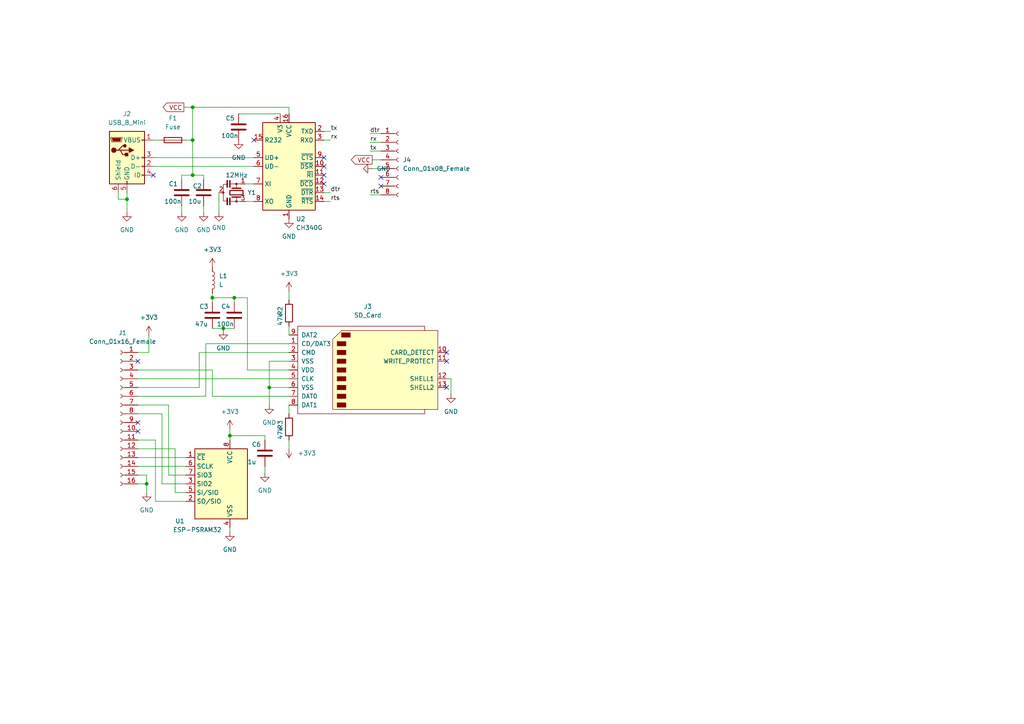
<source format=kicad_sch>
(kicad_sch (version 20230121) (generator eeschema)
  (paper "A4")
  (lib_symbols
    (symbol "Connector:Conn_01x08_Female" (pin_names (offset 1.016) hide)
      (property "Reference" "J" (at 0 10.16 0))
      (property "Value" "Conn_01x08_Female" (at 0 -12.7 0))
      (symbol "Conn_01x08_Female_1_1"
        (arc (start 0 -9.652) (mid -0.5058 -10.16) (end 0 -10.668) (stroke (width 0.1524)))
        (arc (start 0 -7.112) (mid -0.5058 -7.62) (end 0 -8.128) (stroke (width 0.1524)))
        (arc (start 0 -4.572) (mid -0.5058 -5.08) (end 0 -5.588) (stroke (width 0.1524)))
        (arc (start 0 -2.032) (mid -0.5058 -2.54) (end 0 -3.048) (stroke (width 0.1524)))
        (polyline (pts (xy -1.27 -10.16) (xy -0.508 -10.16)) (stroke (width 0.1524)))
        (polyline (pts (xy -1.27 -7.62) (xy -0.508 -7.62)) (stroke (width 0.1524)))
        (polyline (pts (xy -1.27 -5.08) (xy -0.508 -5.08)) (stroke (width 0.1524)))
        (polyline (pts (xy -1.27 -2.54) (xy -0.508 -2.54)) (stroke (width 0.1524)))
        (polyline (pts (xy -1.27 0) (xy -0.508 0)) (stroke (width 0.1524)))
        (polyline (pts (xy -1.27 2.54) (xy -0.508 2.54)) (stroke (width 0.1524)))
        (polyline (pts (xy -1.27 5.08) (xy -0.508 5.08)) (stroke (width 0.1524)))
        (polyline (pts (xy -1.27 7.62) (xy -0.508 7.62)) (stroke (width 0.1524)))
        (arc (start 0 0.508) (mid -0.5058 0) (end 0 -0.508) (stroke (width 0.1524)))
        (arc (start 0 3.048) (mid -0.5058 2.54) (end 0 2.032) (stroke (width 0.1524)))
        (arc (start 0 5.588) (mid -0.5058 5.08) (end 0 4.572) (stroke (width 0.1524)))
        (arc (start 0 8.128) (mid -0.5058 7.62) (end 0 7.112) (stroke (width 0.1524)))
        (pin passive line (at -5.08 7.62 0) (length 3.81) (name "Pin_1") (number "1"))
        (pin passive line (at -5.08 5.08 0) (length 3.81) (name "Pin_2") (number "2"))
        (pin passive line (at -5.08 2.54 0) (length 3.81) (name "Pin_3") (number "3"))
        (pin passive line (at -5.08 0 0) (length 3.81) (name "Pin_4") (number "4"))
        (pin passive line (at -5.08 -2.54 0) (length 3.81) (name "Pin_5") (number "5"))
        (pin passive line (at -5.08 -5.08 0) (length 3.81) (name "Pin_6") (number "6"))
        (pin passive line (at -5.08 -7.62 0) (length 3.81) (name "Pin_7") (number "7"))
        (pin passive line (at -5.08 -10.16 0) (length 3.81) (name "Pin_8") (number "8"))
      )
    )
    (symbol "Connector:Conn_01x16_Female" (pin_names (offset 1.016) hide)
      (property "Reference" "J" (at 0 20.32 0))
      (property "Value" "Conn_01x16_Female" (at 0 -22.86 0))
      (symbol "Conn_01x16_Female_1_1"
        (arc (start 0 -19.812) (mid -0.5058 -20.32) (end 0 -20.828) (stroke (width 0.1524)))
        (arc (start 0 -17.272) (mid -0.5058 -17.78) (end 0 -18.288) (stroke (width 0.1524)))
        (arc (start 0 -14.732) (mid -0.5058 -15.24) (end 0 -15.748) (stroke (width 0.1524)))
        (arc (start 0 -12.192) (mid -0.5058 -12.7) (end 0 -13.208) (stroke (width 0.1524)))
        (arc (start 0 -9.652) (mid -0.5058 -10.16) (end 0 -10.668) (stroke (width 0.1524)))
        (arc (start 0 -7.112) (mid -0.5058 -7.62) (end 0 -8.128) (stroke (width 0.1524)))
        (arc (start 0 -4.572) (mid -0.5058 -5.08) (end 0 -5.588) (stroke (width 0.1524)))
        (arc (start 0 -2.032) (mid -0.5058 -2.54) (end 0 -3.048) (stroke (width 0.1524)))
        (polyline (pts (xy -1.27 -20.32) (xy -0.508 -20.32)) (stroke (width 0.1524)))
        (polyline (pts (xy -1.27 -17.78) (xy -0.508 -17.78)) (stroke (width 0.1524)))
        (polyline (pts (xy -1.27 -15.24) (xy -0.508 -15.24)) (stroke (width 0.1524)))
        (polyline (pts (xy -1.27 -12.7) (xy -0.508 -12.7)) (stroke (width 0.1524)))
        (polyline (pts (xy -1.27 -10.16) (xy -0.508 -10.16)) (stroke (width 0.1524)))
        (polyline (pts (xy -1.27 -7.62) (xy -0.508 -7.62)) (stroke (width 0.1524)))
        (polyline (pts (xy -1.27 -5.08) (xy -0.508 -5.08)) (stroke (width 0.1524)))
        (polyline (pts (xy -1.27 -2.54) (xy -0.508 -2.54)) (stroke (width 0.1524)))
        (polyline (pts (xy -1.27 0) (xy -0.508 0)) (stroke (width 0.1524)))
        (polyline (pts (xy -1.27 2.54) (xy -0.508 2.54)) (stroke (width 0.1524)))
        (polyline (pts (xy -1.27 5.08) (xy -0.508 5.08)) (stroke (width 0.1524)))
        (polyline (pts (xy -1.27 7.62) (xy -0.508 7.62)) (stroke (width 0.1524)))
        (polyline (pts (xy -1.27 10.16) (xy -0.508 10.16)) (stroke (width 0.1524)))
        (polyline (pts (xy -1.27 12.7) (xy -0.508 12.7)) (stroke (width 0.1524)))
        (polyline (pts (xy -1.27 15.24) (xy -0.508 15.24)) (stroke (width 0.1524)))
        (polyline (pts (xy -1.27 17.78) (xy -0.508 17.78)) (stroke (width 0.1524)))
        (arc (start 0 0.508) (mid -0.5058 0) (end 0 -0.508) (stroke (width 0.1524)))
        (arc (start 0 3.048) (mid -0.5058 2.54) (end 0 2.032) (stroke (width 0.1524)))
        (arc (start 0 5.588) (mid -0.5058 5.08) (end 0 4.572) (stroke (width 0.1524)))
        (arc (start 0 8.128) (mid -0.5058 7.62) (end 0 7.112) (stroke (width 0.1524)))
        (arc (start 0 10.668) (mid -0.5058 10.16) (end 0 9.652) (stroke (width 0.1524)))
        (arc (start 0 13.208) (mid -0.5058 12.7) (end 0 12.192) (stroke (width 0.1524)))
        (arc (start 0 15.748) (mid -0.5058 15.24) (end 0 14.732) (stroke (width 0.1524)))
        (arc (start 0 18.288) (mid -0.5058 17.78) (end 0 17.272) (stroke (width 0.1524)))
        (pin passive line (at -5.08 17.78 0) (length 3.81) (name "Pin_1") (number "1"))
        (pin passive line (at -5.08 -5.08 0) (length 3.81) (name "Pin_10") (number "10"))
        (pin passive line (at -5.08 -7.62 0) (length 3.81) (name "Pin_11") (number "11"))
        (pin passive line (at -5.08 -10.16 0) (length 3.81) (name "Pin_12") (number "12"))
        (pin passive line (at -5.08 -12.7 0) (length 3.81) (name "Pin_13") (number "13"))
        (pin passive line (at -5.08 -15.24 0) (length 3.81) (name "Pin_14") (number "14"))
        (pin passive line (at -5.08 -17.78 0) (length 3.81) (name "Pin_15") (number "15"))
        (pin passive line (at -5.08 -20.32 0) (length 3.81) (name "Pin_16") (number "16"))
        (pin passive line (at -5.08 15.24 0) (length 3.81) (name "Pin_2") (number "2"))
        (pin passive line (at -5.08 12.7 0) (length 3.81) (name "Pin_3") (number "3"))
        (pin passive line (at -5.08 10.16 0) (length 3.81) (name "Pin_4") (number "4"))
        (pin passive line (at -5.08 7.62 0) (length 3.81) (name "Pin_5") (number "5"))
        (pin passive line (at -5.08 5.08 0) (length 3.81) (name "Pin_6") (number "6"))
        (pin passive line (at -5.08 2.54 0) (length 3.81) (name "Pin_7") (number "7"))
        (pin passive line (at -5.08 0 0) (length 3.81) (name "Pin_8") (number "8"))
        (pin passive line (at -5.08 -2.54 0) (length 3.81) (name "Pin_9") (number "9"))
      )
    )
    (symbol "Connector:SD_Card" (pin_names (offset 1.016))
      (property "Reference" "J" (at -16.51 13.97 0))
      (property "Value" "SD_Card" (at 15.24 -13.97 0))
      (symbol "SD_Card_0_1"
        (rectangle (start -8.89 -9.525) (end -6.35 -10.795) (fill (type outline)))
        (rectangle (start -8.89 -6.985) (end -6.35 -8.255) (fill (type outline)))
        (rectangle (start -8.89 -4.445) (end -6.35 -5.715) (fill (type outline)))
        (rectangle (start -8.89 -1.905) (end -6.35 -3.175) (fill (type outline)))
        (rectangle (start -8.89 0.635) (end -6.35 -0.635) (fill (type outline)))
        (rectangle (start -8.89 3.175) (end -6.35 1.905) (fill (type outline)))
        (rectangle (start -8.89 5.715) (end -6.35 4.445) (fill (type outline)))
        (rectangle (start -8.89 8.255) (end -6.35 6.985) (fill (type outline)))
        (rectangle (start -7.62 10.795) (end -5.08 9.525) (fill (type outline)))
        (polyline (pts (xy -10.16 8.89) (xy -7.62 11.43) (xy 20.32 11.43) (xy 20.32 -11.43) (xy -10.16 -11.43) (xy -10.16 8.89)) (fill (type background)))
        (polyline (pts (xy 16.51 11.43) (xy 16.51 12.7) (xy -20.32 12.7) (xy -20.32 -12.7) (xy 16.51 -12.7) (xy 16.51 -11.43)))
      )
      (symbol "SD_Card_1_1"
        (pin input line (at -22.86 7.62 0) (length 2.54) (name "CD/DAT3") (number "1"))
        (pin input line (at 22.86 5.08 180) (length 2.54) (name "CARD_DETECT") (number "10"))
        (pin input line (at 22.86 2.54 180) (length 2.54) (name "WRITE_PROTECT") (number "11"))
        (pin input line (at 22.86 -2.54 180) (length 2.54) (name "SHELL1") (number "12"))
        (pin input line (at 22.86 -5.08 180) (length 2.54) (name "SHELL2") (number "13"))
        (pin input line (at -22.86 5.08 0) (length 2.54) (name "CMD") (number "2"))
        (pin power_in line (at -22.86 2.54 0) (length 2.54) (name "VSS") (number "3"))
        (pin power_in line (at -22.86 0 0) (length 2.54) (name "VDD") (number "4"))
        (pin input line (at -22.86 -2.54 0) (length 2.54) (name "CLK") (number "5"))
        (pin power_in line (at -22.86 -5.08 0) (length 2.54) (name "VSS") (number "6"))
        (pin input line (at -22.86 -7.62 0) (length 2.54) (name "DAT0") (number "7"))
        (pin input line (at -22.86 -10.16 0) (length 2.54) (name "DAT1") (number "8"))
        (pin input line (at -22.86 10.16 0) (length 2.54) (name "DAT2") (number "9"))
      )
    )
    (symbol "Connector:USB_B_Mini" (pin_names (offset 1.016))
      (property "Reference" "J" (at -5.08 11.43 0))
      (property "Value" "USB_B_Mini" (at -5.08 8.89 0))
      (symbol "USB_B_Mini_0_1"
        (rectangle (start -5.08 -7.62) (end 5.08 7.62) (stroke (width 0.254)) (fill (type background)))
        (circle (center -3.81 2.159) (radius 0.635) (stroke (width 0.254)) (fill (type outline)))
        (circle (center -0.635 3.429) (radius 0.381) (stroke (width 0.254)) (fill (type outline)))
        (rectangle (start -0.127 -7.62) (end 0.127 -6.858))
        (polyline (pts (xy -1.905 2.159) (xy 0.635 2.159)) (stroke (width 0.254)))
        (polyline (pts (xy -3.175 2.159) (xy -2.54 2.159) (xy -1.27 3.429) (xy -0.635 3.429)) (stroke (width 0.254)))
        (polyline (pts (xy -2.54 2.159) (xy -1.905 2.159) (xy -1.27 0.889) (xy 0 0.889)) (stroke (width 0.254)))
        (polyline (pts (xy 0.635 2.794) (xy 0.635 1.524) (xy 1.905 2.159) (xy 0.635 2.794)) (stroke (width 0.254)) (fill (type outline)))
        (polyline (pts (xy -4.318 5.588) (xy -1.778 5.588) (xy -2.032 4.826) (xy -4.064 4.826) (xy -4.318 5.588)) (fill (type outline)))
        (polyline (pts (xy -4.699 5.842) (xy -4.699 5.588) (xy -4.445 4.826) (xy -4.445 4.572) (xy -1.651 4.572) (xy -1.651 4.826) (xy -1.397 5.588) (xy -1.397 5.842) (xy -4.699 5.842)))
        (rectangle (start 0.254 1.27) (end -0.508 0.508) (stroke (width 0.254)) (fill (type outline)))
        (rectangle (start 5.08 -5.207) (end 4.318 -4.953))
        (rectangle (start 5.08 -2.667) (end 4.318 -2.413))
        (rectangle (start 5.08 -0.127) (end 4.318 0.127))
        (rectangle (start 5.08 4.953) (end 4.318 5.207))
      )
      (symbol "USB_B_Mini_1_1"
        (pin power_out line (at 7.62 5.08 180) (length 2.54) (name "VBUS") (number "1"))
        (pin bidirectional line (at 7.62 -2.54 180) (length 2.54) (name "D-") (number "2"))
        (pin bidirectional line (at 7.62 0 180) (length 2.54) (name "D+") (number "3"))
        (pin passive line (at 7.62 -5.08 180) (length 2.54) (name "ID") (number "4"))
        (pin power_out line (at 0 -10.16 90) (length 2.54) (name "GND") (number "5"))
        (pin passive line (at -2.54 -10.16 90) (length 2.54) (name "Shield") (number "6"))
      )
    )
    (symbol "Device:C" (pin_numbers hide) (pin_names (offset 0.254))
      (property "Reference" "C" (at 0.635 2.54 0))
      (property "Value" "C" (at 0.635 -2.54 0))
      (symbol "C_0_1"
        (polyline (pts (xy -2.032 -0.762) (xy 2.032 -0.762)) (stroke (width 0.508)))
        (polyline (pts (xy -2.032 0.762) (xy 2.032 0.762)) (stroke (width 0.508)))
      )
      (symbol "C_1_1"
        (pin passive line (at 0 3.81 270) (length 2.794) (name "~") (number "1"))
        (pin passive line (at 0 -3.81 90) (length 2.794) (name "~") (number "2"))
      )
    )
    (symbol "Device:Fuse" (pin_numbers hide) (pin_names (offset 0))
      (property "Reference" "F" (at 2.032 0 90))
      (property "Value" "Fuse" (at -1.905 0 90))
      (symbol "Fuse_0_1"
        (rectangle (start -0.762 -2.54) (end 0.762 2.54) (stroke (width 0.254)))
        (polyline (pts (xy 0 2.54) (xy 0 -2.54)))
      )
      (symbol "Fuse_1_1"
        (pin passive line (at 0 3.81 270) (length 1.27) (name "~") (number "1"))
        (pin passive line (at 0 -3.81 90) (length 1.27) (name "~") (number "2"))
      )
    )
    (symbol "Device:L" (pin_numbers hide) (pin_names (offset 1.016) hide)
      (property "Reference" "L" (at -1.27 0 90))
      (property "Value" "L" (at 1.905 0 90))
      (symbol "L_0_1"
        (arc (start 0 -2.54) (mid 0.6323 -1.905) (end 0 -1.27))
        (arc (start 0 -1.27) (mid 0.6323 -0.635) (end 0 0))
        (arc (start 0 0) (mid 0.6323 0.635) (end 0 1.27))
        (arc (start 0 1.27) (mid 0.6323 1.905) (end 0 2.54))
      )
      (symbol "L_1_1"
        (pin passive line (at 0 3.81 270) (length 1.27) (name "1") (number "1"))
        (pin passive line (at 0 -3.81 90) (length 1.27) (name "2") (number "2"))
      )
    )
    (symbol "Device:R" (pin_numbers hide) (pin_names (offset 0))
      (property "Reference" "R" (at 2.032 0 90))
      (property "Value" "R" (at 0 0 90))
      (symbol "R_0_1"
        (rectangle (start -1.016 -2.54) (end 1.016 2.54) (stroke (width 0.254)))
      )
      (symbol "R_1_1"
        (pin passive line (at 0 3.81 270) (length 1.27) (name "~") (number "1"))
        (pin passive line (at 0 -3.81 90) (length 1.27) (name "~") (number "2"))
      )
    )
    (symbol "Device:Resonator_Small" (pin_names (offset 1.016) hide)
      (property "Reference" "Y" (at 3.175 1.905 0))
      (property "Value" "Resonator_Small" (at 3.175 0 0))
      (symbol "Resonator_Small_0_1"
        (rectangle (start -3.556 -2.54) (end -1.524 -2.794) (fill (type outline)))
        (rectangle (start -3.556 -1.778) (end -1.524 -2.032) (fill (type outline)))
        (circle (center -2.54 0) (radius 0.254) (fill (type outline)))
        (rectangle (start -0.635 1.905) (end 0.635 -1.905) (stroke (width 0.3048)))
        (circle (center 0 -3.81) (radius 0.254) (fill (type outline)))
        (polyline (pts (xy -2.54 -1.778) (xy -2.54 0)))
        (polyline (pts (xy -2.54 0) (xy -1.397 0)))
        (polyline (pts (xy -2.54 1.27) (xy -2.54 0)))
        (polyline (pts (xy -1.27 -1.27) (xy -1.27 1.27)) (stroke (width 0.381)))
        (polyline (pts (xy 1.27 -1.27) (xy 1.27 1.27)) (stroke (width 0.381)))
        (polyline (pts (xy 1.27 0) (xy 2.54 0)))
        (polyline (pts (xy 2.54 0) (xy 2.54 -1.778)))
        (polyline (pts (xy 2.54 1.27) (xy 2.54 0)))
        (polyline (pts (xy 2.413 -2.794) (xy 2.413 -3.81) (xy -2.413 -3.81) (xy -2.413 -2.667)))
        (rectangle (start 1.524 -2.54) (end 3.556 -2.794) (fill (type outline)))
        (rectangle (start 1.524 -1.778) (end 3.556 -2.032) (fill (type outline)))
        (circle (center 2.54 0) (radius 0.254) (fill (type outline)))
      )
      (symbol "Resonator_Small_1_1"
        (pin passive line (at -2.54 2.54 270) (length 1.27) (name "1") (number "1"))
        (pin passive line (at 0 -5.08 90) (length 1.27) (name "2") (number "2"))
        (pin passive line (at 2.54 2.54 270) (length 1.27) (name "3") (number "3"))
      )
    )
    (symbol "Interface_USB:CH340G"
      (property "Reference" "U" (at -5.08 13.97 0))
      (property "Value" "CH340G" (at 1.27 13.97 0))
      (symbol "CH340G_0_1"
        (rectangle (start -7.62 12.7) (end 7.62 -12.7) (stroke (width 0.254)) (fill (type background)))
      )
      (symbol "CH340G_1_1"
        (pin power_in line (at 0 -15.24 90) (length 2.54) (name "GND") (number "1"))
        (pin input line (at 10.16 0 180) (length 2.54) (name "~{DSR}") (number "10"))
        (pin input line (at 10.16 -2.54 180) (length 2.54) (name "~{RI}") (number "11"))
        (pin input line (at 10.16 -5.08 180) (length 2.54) (name "~{DCD}") (number "12"))
        (pin output line (at 10.16 -7.62 180) (length 2.54) (name "~{DTR}") (number "13"))
        (pin output line (at 10.16 -10.16 180) (length 2.54) (name "~{RTS}") (number "14"))
        (pin input line (at -10.16 7.62 0) (length 2.54) (name "R232") (number "15"))
        (pin power_in line (at 0 15.24 270) (length 2.54) (name "VCC") (number "16"))
        (pin output line (at 10.16 10.16 180) (length 2.54) (name "TXD") (number "2"))
        (pin input line (at 10.16 7.62 180) (length 2.54) (name "RXD") (number "3"))
        (pin passive line (at -2.54 15.24 270) (length 2.54) (name "V3") (number "4"))
        (pin bidirectional line (at -10.16 2.54 0) (length 2.54) (name "UD+") (number "5"))
        (pin bidirectional line (at -10.16 0 0) (length 2.54) (name "UD-") (number "6"))
        (pin input line (at -10.16 -5.08 0) (length 2.54) (name "XI") (number "7"))
        (pin output line (at -10.16 -10.16 0) (length 2.54) (name "XO") (number "8"))
        (pin input line (at 10.16 2.54 180) (length 2.54) (name "~{CTS}") (number "9"))
      )
    )
    (symbol "Memory_RAM:ESP-PSRAM32"
      (property "Reference" "U" (at 3.81 11.43 0))
      (property "Value" "ESP-PSRAM32" (at -1.27 -11.43 0))
      (symbol "ESP-PSRAM32_0_1"
        (rectangle (start -7.62 10.16) (end 7.62 -10.16) (stroke (width 0.254)) (fill (type background)))
      )
      (symbol "ESP-PSRAM32_1_1"
        (pin input line (at 10.16 7.62 180) (length 2.54) (name "~{CE}") (number "1"))
        (pin output line (at 10.16 -5.08 180) (length 2.54) (name "SO/SIO") (number "2"))
        (pin bidirectional line (at 10.16 0 180) (length 2.54) (name "SIO2") (number "3"))
        (pin power_in line (at -2.54 -12.7 90) (length 2.54) (name "VSS") (number "4"))
        (pin input line (at 10.16 -2.54 180) (length 2.54) (name "SI/SIO") (number "5"))
        (pin output line (at 10.16 5.08 180) (length 2.54) (name "SCLK") (number "6"))
        (pin bidirectional line (at 10.16 2.54 180) (length 2.54) (name "SIO3") (number "7"))
        (pin power_in line (at -2.54 12.7 270) (length 2.54) (name "VCC") (number "8"))
      )
    )
    (symbol "power:+3V3" (power) (pin_names (offset 0))
      (property "Value" "+3V3" (at 0 3.556 0))
      (symbol "+3V3_0_1"
        (polyline (pts (xy -0.762 1.27) (xy 0 2.54)))
        (polyline (pts (xy 0 0) (xy 0 2.54)))
        (polyline (pts (xy 0 2.54) (xy 0.762 1.27)))
      )
      (symbol "+3V3_1_1"
        (pin power_in line (at 0 0 90) (length 0) hide (name "+3V3") (number "1"))
      )
    )
    (symbol "power:GND" (power) (pin_names (offset 0))
      (property "Value" "GND" (at 0 -3.81 0))
      (symbol "GND_0_1"
        (polyline (pts (xy 0 0) (xy 0 -1.27) (xy 1.27 -1.27) (xy 0 -2.54) (xy -1.27 -1.27) (xy 0 -1.27)))
      )
      (symbol "GND_1_1"
        (pin power_in line (at 0 0 270) (length 0) hide (name "GND") (number "1"))
      )
    )
  )
  (junction (at 64.77 95.25))
  (junction (at 36.83 57.785))
  (junction (at 55.88 50.8))
  (junction (at 55.88 40.64))
  (junction (at 66.675 126.365))
  (junction (at 55.88 31.115))
  (junction (at 78.105 112.395))
  (junction (at 61.595 86.36))
  (junction (at 67.945 86.36))
  (junction (at 42.545 140.335))
  (no_connect (at 129.54 112.395))
  (no_connect (at 73.66 40.64))
  (no_connect (at 93.98 53.34))
  (no_connect (at 93.98 45.72))
  (no_connect (at 40.005 125.095))
  (no_connect (at 40.005 104.775))
  (no_connect (at 93.98 48.26))
  (no_connect (at 44.45 50.8))
  (no_connect (at 110.49 53.975))
  (no_connect (at 110.49 51.435))
  (no_connect (at 129.54 104.775))
  (no_connect (at 129.54 102.235))
  (no_connect (at 40.005 122.555))
  (no_connect (at 93.98 50.8))
  (wire (pts (xy 71.12 53.34) (xy 73.66 53.34)))
  (wire (pts (xy 76.835 135.255) (xy 76.835 137.16)))
  (wire (pts (xy 44.45 48.26) (xy 73.66 48.26)))
  (wire (pts (xy 36.83 55.88) (xy 36.83 57.785)))
  (wire (pts (xy 53.975 140.335) (xy 46.99 140.335)))
  (wire (pts (xy 36.83 57.785) (xy 36.83 61.595)))
  (wire (pts (xy 71.755 107.315) (xy 71.755 86.36)))
  (wire (pts (xy 107.315 56.515) (xy 110.49 56.515)))
  (wire (pts (xy 83.82 117.475) (xy 83.82 120.015)))
  (wire (pts (xy 61.595 95.25) (xy 64.77 95.25)))
  (wire (pts (xy 61.595 86.36) (xy 67.945 86.36)))
  (wire (pts (xy 78.105 104.775) (xy 78.105 112.395)))
  (wire (pts (xy 40.005 114.935) (xy 59.69 114.935)))
  (wire (pts (xy 83.82 31.115) (xy 55.88 31.115)))
  (wire (pts (xy 93.98 55.88) (xy 95.885 55.88)))
  (wire (pts (xy 46.99 120.015) (xy 40.005 120.015)))
  (wire (pts (xy 40.005 135.255) (xy 53.975 135.255)))
  (wire (pts (xy 55.88 50.8) (xy 59.055 50.8)))
  (wire (pts (xy 71.755 86.36) (xy 67.945 86.36)))
  (wire (pts (xy 78.105 112.395) (xy 83.82 112.395)))
  (wire (pts (xy 59.055 50.8) (xy 59.055 52.07)))
  (wire (pts (xy 55.88 31.115) (xy 55.88 40.64)))
  (wire (pts (xy 40.005 127.635) (xy 45.085 127.635)))
  (wire (pts (xy 40.005 130.175) (xy 50.8 130.175)))
  (wire (pts (xy 45.085 145.415) (xy 53.975 145.415)))
  (wire (pts (xy 93.98 58.42) (xy 95.885 58.42)))
  (wire (pts (xy 57.785 112.395) (xy 40.005 112.395)))
  (wire (pts (xy 40.005 102.235) (xy 43.18 102.235)))
  (wire (pts (xy 44.45 40.64) (xy 46.355 40.64)))
  (wire (pts (xy 53.975 137.795) (xy 48.895 137.795)))
  (wire (pts (xy 40.005 109.855) (xy 83.82 109.855)))
  (wire (pts (xy 83.82 94.615) (xy 83.82 97.155)))
  (wire (pts (xy 50.8 142.875) (xy 50.8 130.175)))
  (wire (pts (xy 40.005 137.795) (xy 42.545 137.795)))
  (wire (pts (xy 53.34 31.115) (xy 55.88 31.115)))
  (wire (pts (xy 48.895 137.795) (xy 48.895 117.475)))
  (wire (pts (xy 45.085 145.415) (xy 45.085 127.635)))
  (wire (pts (xy 64.77 95.885) (xy 64.77 95.25)))
  (wire (pts (xy 83.82 104.775) (xy 78.105 104.775)))
  (wire (pts (xy 83.82 114.935) (xy 61.595 114.935)))
  (wire (pts (xy 61.595 85.09) (xy 61.595 86.36)))
  (wire (pts (xy 52.705 52.07) (xy 52.705 50.8)))
  (wire (pts (xy 34.29 57.785) (xy 36.83 57.785)))
  (wire (pts (xy 59.69 99.695) (xy 59.69 114.935)))
  (wire (pts (xy 50.8 142.875) (xy 53.975 142.875)))
  (wire (pts (xy 52.705 59.69) (xy 52.705 61.595)))
  (wire (pts (xy 69.215 33.02) (xy 81.28 33.02)))
  (wire (pts (xy 107.315 41.275) (xy 110.49 41.275)))
  (wire (pts (xy 78.105 112.395) (xy 78.105 117.475)))
  (wire (pts (xy 55.88 40.64) (xy 55.88 50.8)))
  (wire (pts (xy 64.77 95.25) (xy 67.945 95.25)))
  (wire (pts (xy 130.81 109.855) (xy 130.81 114.3)))
  (wire (pts (xy 76.835 126.365) (xy 66.675 126.365)))
  (wire (pts (xy 107.315 43.815) (xy 110.49 43.815)))
  (wire (pts (xy 107.315 38.735) (xy 110.49 38.735)))
  (wire (pts (xy 67.945 87.63) (xy 67.945 86.36)))
  (wire (pts (xy 40.005 140.335) (xy 42.545 140.335)))
  (wire (pts (xy 83.82 84.455) (xy 83.82 86.995)))
  (wire (pts (xy 63.5 55.88) (xy 63.5 61.595)))
  (wire (pts (xy 83.82 107.315) (xy 71.755 107.315)))
  (wire (pts (xy 42.545 140.335) (xy 42.545 142.875)))
  (wire (pts (xy 66.675 124.46) (xy 66.675 126.365)))
  (wire (pts (xy 44.45 45.72) (xy 73.66 45.72)))
  (wire (pts (xy 59.055 59.69) (xy 59.055 61.595)))
  (wire (pts (xy 107.95 46.355) (xy 110.49 46.355)))
  (wire (pts (xy 71.12 58.42) (xy 73.66 58.42)))
  (wire (pts (xy 93.98 38.1) (xy 95.885 38.1)))
  (wire (pts (xy 46.99 140.335) (xy 46.99 120.015)))
  (wire (pts (xy 61.595 107.315) (xy 40.005 107.315)))
  (wire (pts (xy 61.595 114.935) (xy 61.595 107.315)))
  (wire (pts (xy 76.835 127.635) (xy 76.835 126.365)))
  (wire (pts (xy 42.545 137.795) (xy 42.545 140.335)))
  (wire (pts (xy 57.785 102.235) (xy 57.785 112.395)))
  (wire (pts (xy 40.005 132.715) (xy 53.975 132.715)))
  (wire (pts (xy 83.82 99.695) (xy 59.69 99.695)))
  (wire (pts (xy 66.675 126.365) (xy 66.675 127.635)))
  (wire (pts (xy 53.975 40.64) (xy 55.88 40.64)))
  (wire (pts (xy 66.675 153.035) (xy 66.675 154.305)))
  (wire (pts (xy 43.18 97.155) (xy 43.18 102.235)))
  (wire (pts (xy 107.95 48.895) (xy 110.49 48.895)))
  (wire (pts (xy 129.54 109.855) (xy 130.81 109.855)))
  (wire (pts (xy 93.98 40.64) (xy 95.885 40.64)))
  (wire (pts (xy 61.595 86.36) (xy 61.595 87.63)))
  (wire (pts (xy 52.705 50.8) (xy 55.88 50.8)))
  (wire (pts (xy 83.82 127.635) (xy 83.82 130.175)))
  (wire (pts (xy 48.895 117.475) (xy 40.005 117.475)))
  (wire (pts (xy 83.82 102.235) (xy 57.785 102.235)))
  (wire (pts (xy 83.82 33.02) (xy 83.82 31.115)))
  (wire (pts (xy 34.29 55.88) (xy 34.29 57.785)))
  (label "dtr" (at 95.885 55.88 0))
  (label "dtr" (at 107.315 38.735 0))
  (label "tx" (at 95.885 38.1 0))
  (label "rts" (at 107.315 56.515 0))
  (label "rx" (at 107.315 41.275 0))
  (label "rx" (at 95.885 40.64 0))
  (label "tx" (at 107.315 43.815 0))
  (label "rts" (at 95.885 58.42 0))
  (global_label "VCC" (shape output) (at 53.34 31.115 180) (property "Intersheetrefs" "${INTERSHEET_REFS}" (effects hide)))
  (global_label "VCC" (shape output) (at 107.95 46.355 180) (property "Intersheetrefs" "${INTERSHEET_REFS}" (effects hide)))
  (symbol (lib_id "power:GND") (at 52.705 61.595 0) (unit 1)
    (property "Reference" "#PWR04" (effects hide))
    (property "Value" "GND" (at 52.705 66.675 0))
  )
  (symbol (lib_id "Memory_RAM:ESP-PSRAM32") (at 64.135 140.335 0) (mirror y) (unit 1)
    (property "Reference" "U1" (at 50.8 151.13 0) (effects (justify right)))
    (property "Value" "ESP-PSRAM32" (at 50.165 153.67 0) (effects (justify right)))
    (property "Footprint" "Package_SO:SOIC-8_3.9x4.9mm_P1.27mm" (effects hide))
    (property "Datasheet" "https://www.espressif.com/sites/default/files/documentation/esp-psram32_datasheet_en.pdf" (effects hide))
  )
  (symbol (lib_id "power:+3V3") (at 43.18 97.155 0) (unit 1)
    (property "Reference" "#PWR03" (effects hide))
    (property "Value" "+3V3" (at 43.18 92.075 0))
  )
  (symbol (lib_id "power:GND") (at 59.055 61.595 0) (unit 1)
    (property "Reference" "#PWR06" (effects hide))
    (property "Value" "GND" (at 59.055 66.675 0))
  )
  (symbol (lib_id "power:+3V3") (at 61.595 77.47 0) (unit 1)
    (property "Reference" "#PWR05" (effects hide))
    (property "Value" "+3V3" (at 61.595 72.39 0))
  )
  (symbol (lib_id "power:GND") (at 76.835 137.16 0) (unit 1)
    (property "Reference" "#PWR012" (effects hide))
    (property "Value" "GND" (at 76.835 142.24 0))
  )
  (symbol (lib_id "Device:C") (at 69.215 36.83 0) (unit 1)
    (property "Reference" "C5" (at 65.405 34.29 0) (effects (justify left)))
    (property "Value" "100n" (at 64.135 39.37 0) (effects (justify left)))
    (property "Footprint" "Capacitor_SMD:C_1206_3216Metric_Pad1.33x1.80mm_HandSolder" (effects hide))
  )
  (symbol (lib_id "Device:C") (at 76.835 131.445 0) (unit 1)
    (property "Reference" "C6" (at 73.025 128.905 0) (effects (justify left)))
    (property "Value" "1u" (at 71.755 133.985 0) (effects (justify left)))
    (property "Footprint" "Capacitor_SMD:C_1206_3216Metric_Pad1.33x1.80mm_HandSolder" (effects hide))
  )
  (symbol (lib_id "power:+3V3") (at 83.82 130.175 180) (unit 1)
    (property "Reference" "#PWR016" (effects hide))
    (property "Value" "+3V3" (at 86.36 131.4449 0) (effects (justify right)))
  )
  (symbol (lib_id "Device:R") (at 83.82 123.825 180) (unit 1)
    (property "Reference" "R3" (at 81.28 123.19 90))
    (property "Value" "47k" (at 81.28 125.73 90))
    (property "Footprint" "Resistor_SMD:R_1206_3216Metric_Pad1.30x1.75mm_HandSolder" (effects hide))
  )
  (symbol (lib_id "Device:Resonator_Small") (at 68.58 55.88 270) (unit 1)
    (property "Reference" "Y1" (at 71.755 55.88 90) (effects (justify left)))
    (property "Value" "12MHz" (at 65.405 50.8 90) (effects (justify left)))
    (property "Footprint" "Crystal:Resonator_SMD_Murata_CSTxExxV-3Pin_3.0x1.1mm_HandSoldering" (effects hide))
  )
  (symbol (lib_id "Connector:USB_B_Mini") (at 36.83 45.72 0) (unit 1)
    (property "Reference" "J2" (at 36.83 33.02 0))
    (property "Value" "USB_B_Mini" (at 36.83 35.56 0))
    (property "Footprint" "Connector_USB:USB_Mini-B_Lumberg_2486_01_Horizontal" (effects hide))
  )
  (symbol (lib_id "Device:C") (at 52.705 55.88 0) (unit 1)
    (property "Reference" "C1" (at 48.895 53.34 0) (effects (justify left)))
    (property "Value" "100n" (at 47.625 58.42 0) (effects (justify left)))
    (property "Footprint" "Capacitor_SMD:C_1206_3216Metric_Pad1.33x1.80mm_HandSolder" (effects hide))
  )
  (symbol (lib_id "power:GND") (at 83.82 63.5 0) (unit 1)
    (property "Reference" "#PWR014" (effects hide))
    (property "Value" "GND" (at 83.82 68.58 0))
  )
  (symbol (lib_id "Connector:Conn_01x08_Female") (at 115.57 46.355 0) (unit 1)
    (property "Reference" "J4" (at 116.84 46.3549 0) (effects (justify left)))
    (property "Value" "Conn_01x08_Female" (at 116.84 48.8949 0) (effects (justify left)))
    (property "Footprint" "Connector_PinSocket_2.54mm:PinSocket_1x08_P2.54mm_Vertical" (effects hide))
  )
  (symbol (lib_id "Device:Fuse") (at 50.165 40.64 90) (unit 1)
    (property "Reference" "F1" (at 50.165 34.29 90))
    (property "Value" "Fuse" (at 50.165 36.83 90))
    (property "Footprint" "Fuse:Fuse_1812_4532Metric_Pad1.30x3.40mm_HandSolder" (effects hide))
  )
  (symbol (lib_id "Device:R") (at 83.82 90.805 180) (unit 1)
    (property "Reference" "R2" (at 81.28 90.17 90))
    (property "Value" "47k" (at 81.28 92.71 90))
    (property "Footprint" "Resistor_SMD:R_1206_3216Metric_Pad1.30x1.75mm_HandSolder" (effects hide))
  )
  (symbol (lib_id "Connector:SD_Card") (at 106.68 107.315 0) (unit 1)
    (property "Reference" "J3" (at 106.68 88.9 0))
    (property "Value" "SD_Card" (at 106.68 91.44 0))
    (property "Footprint" "Connector_Card:SD_TE_2041021" (effects hide))
    (property "Datasheet" "http://portal.fciconnect.com/Comergent//fci/drawing/10067847.pdf" (effects hide))
  )
  (symbol (lib_id "Device:L") (at 61.595 81.28 0) (unit 1)
    (property "Reference" "L1" (at 63.5 80.0099 0) (effects (justify left)))
    (property "Value" "L" (at 63.5 82.5499 0) (effects (justify left)))
    (property "Footprint" "Inductor_SMD:L_1806_4516Metric_Pad1.45x1.90mm_HandSolder" (effects hide))
  )
  (symbol (lib_id "power:+3V3") (at 83.82 84.455 0) (unit 1)
    (property "Reference" "#PWR015" (effects hide))
    (property "Value" "+3V3" (at 83.82 79.375 0))
  )
  (symbol (lib_id "power:GND") (at 69.215 40.64 0) (unit 1)
    (property "Reference" "#PWR011" (effects hide))
    (property "Value" "GND" (at 69.215 45.72 0))
  )
  (symbol (lib_id "Device:C") (at 59.055 55.88 0) (unit 1)
    (property "Reference" "C2" (at 55.88 53.975 0) (effects (justify left)))
    (property "Value" "10u" (at 54.61 58.42 0) (effects (justify left)))
    (property "Footprint" "Capacitor_SMD:C_1206_3216Metric_Pad1.33x1.80mm_HandSolder" (effects hide))
  )
  (symbol (lib_id "power:GND") (at 78.105 117.475 0) (unit 1)
    (property "Reference" "#PWR013" (effects hide))
    (property "Value" "GND" (at 78.105 122.555 0))
  )
  (symbol (lib_id "power:GND") (at 63.5 61.595 0) (unit 1)
    (property "Reference" "#PWR07" (effects hide))
    (property "Value" "GND" (at 63.5 66.04 0))
  )
  (symbol (lib_id "Device:C") (at 67.945 91.44 0) (unit 1)
    (property "Reference" "C4" (at 64.135 88.9 0) (effects (justify left)))
    (property "Value" "100n" (at 62.865 93.98 0) (effects (justify left)))
    (property "Footprint" "Capacitor_SMD:C_1206_3216Metric_Pad1.33x1.80mm_HandSolder" (effects hide))
  )
  (symbol (lib_id "power:GND") (at 66.675 154.305 0) (unit 1)
    (property "Reference" "#PWR010" (effects hide))
    (property "Value" "GND" (at 66.675 159.385 0))
  )
  (symbol (lib_id "power:GND") (at 130.81 114.3 0) (unit 1)
    (property "Reference" "#PWR018" (effects hide))
    (property "Value" "GND" (at 130.81 119.38 0))
  )
  (symbol (lib_id "power:GND") (at 42.545 142.875 0) (unit 1)
    (property "Reference" "#PWR02" (effects hide))
    (property "Value" "GND" (at 42.545 147.955 0))
  )
  (symbol (lib_id "Device:C") (at 61.595 91.44 0) (unit 1)
    (property "Reference" "C3" (at 57.785 88.9 0) (effects (justify left)))
    (property "Value" "47u" (at 56.515 93.98 0) (effects (justify left)))
    (property "Footprint" "Capacitor_Tantalum_SMD:CP_EIA-3528-12_Kemet-T_Pad1.50x2.35mm_HandSolder" (effects hide))
  )
  (symbol (lib_id "Connector:Conn_01x16_Female") (at 34.925 120.015 0) (mirror y) (unit 1)
    (property "Reference" "J1" (at 35.56 96.52 0))
    (property "Value" "Conn_01x16_Female" (at 35.56 99.06 0))
    (property "Footprint" "Connector_PinSocket_2.54mm:PinSocket_2x08_P2.54mm_Vertical" (effects hide))
  )
  (symbol (lib_id "Interface_USB:CH340G") (at 83.82 48.26 0) (unit 1)
    (property "Reference" "U2" (at 85.8394 63.5 0) (effects (justify left)))
    (property "Value" "CH340G" (at 85.8394 66.04 0) (effects (justify left)))
    (property "Footprint" "Package_SO:SOP-16_3.9x9.9mm_P1.27mm" (effects hide))
    (property "Datasheet" "http://www.datasheet5.com/pdf-local-2195953" (effects hide))
  )
  (symbol (lib_id "power:GND") (at 64.77 95.885 0) (unit 1)
    (property "Reference" "#PWR08" (effects hide))
    (property "Value" "GND" (at 64.77 100.965 0))
  )
  (symbol (lib_id "power:GND") (at 36.83 61.595 0) (unit 1)
    (property "Reference" "#PWR01" (effects hide))
    (property "Value" "GND" (at 36.83 66.675 0))
  )
  (symbol (lib_id "power:GND") (at 107.95 48.895 270) (unit 1)
    (property "Reference" "#PWR017" (effects hide))
    (property "Value" "GND" (at 109.22 48.8949 90) (effects (justify left)))
  )
  (symbol (lib_id "power:+3V3") (at 66.675 124.46 0) (unit 1)
    (property "Reference" "#PWR09" (effects hide))
    (property "Value" "+3V3" (at 66.675 119.38 0))
  )
)
</source>
